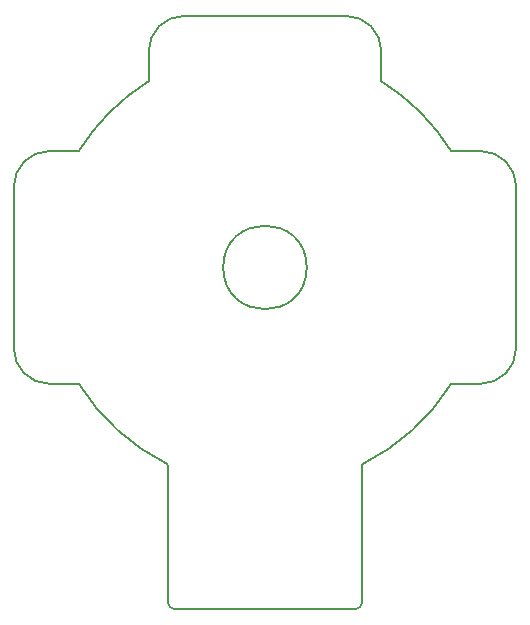
<source format=gko>
G04*
G04 #@! TF.GenerationSoftware,Altium Limited,Altium Designer,23.8.1 (32)*
G04*
G04 Layer_Color=16711935*
%FSLAX44Y44*%
%MOMM*%
G71*
G04*
G04 #@! TF.SameCoordinates,1253C11B-B4F6-43D5-8584-102BFB41548A*
G04*
G04*
G04 #@! TF.FilePolarity,Positive*
G04*
G01*
G75*
%ADD12C,0.2000*%
D12*
X239300Y387610D02*
G03*
X180003Y446848I-157649J-98510D01*
G01*
X180160Y472100D02*
G03*
X150160Y502100I-30000J0D01*
G01*
X13140Y502100D02*
G03*
X-16860Y472100I0J-30000D01*
G01*
X-16816Y446777D02*
G03*
X-75999Y387610I98466J-157677D01*
G01*
X158650Y-50D02*
G03*
X163650Y4950I0J5000D01*
G01*
X-350D02*
G03*
X4650Y-50I5000J0D01*
G01*
X163981Y122429D02*
G03*
X239299Y190590I-82331J166671D01*
G01*
X-75999D02*
G03*
X-681Y122429I157649J98510D01*
G01*
X-130999Y220590D02*
G03*
X-100999Y190590I30000J0D01*
G01*
X-100999Y387610D02*
G03*
X-130999Y357610I0J-30000D01*
G01*
X294299Y357610D02*
G03*
X264299Y387610I-30000J0D01*
G01*
Y190590D02*
G03*
X294299Y220590I0J30000D01*
G01*
X117005Y289100D02*
G03*
X117005Y289100I-35355J0D01*
G01*
X180036Y471975D02*
X180160Y472100D01*
X180003Y446848D02*
X180036Y446880D01*
Y471975D01*
X-16860Y472100D02*
X-16860Y446848D01*
X13140Y502100D02*
X150160D01*
X-130999Y220590D02*
Y357610D01*
X-350Y4950D02*
Y117100D01*
X4650Y-50D02*
X158650D01*
X163650Y4950D02*
Y118051D01*
X-350Y117100D02*
Y122098D01*
X163650Y118051D02*
Y122098D01*
X239300Y387610D02*
X264299D01*
X294299Y220590D02*
Y357610D01*
X239299Y190590D02*
X264299D01*
X-100999Y387610D02*
X-75999D01*
X-100999Y190590D02*
X-75999D01*
M02*

</source>
